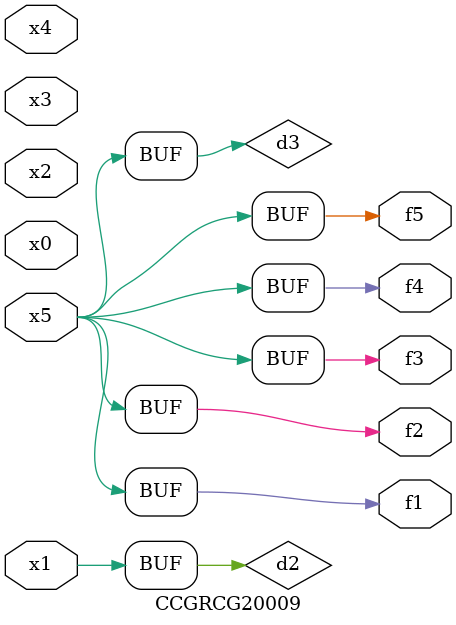
<source format=v>
module CCGRCG20009(
	input x0, x1, x2, x3, x4, x5,
	output f1, f2, f3, f4, f5
);

	wire d1, d2, d3;

	not (d1, x5);
	or (d2, x1);
	xnor (d3, d1);
	assign f1 = d3;
	assign f2 = d3;
	assign f3 = d3;
	assign f4 = d3;
	assign f5 = d3;
endmodule

</source>
